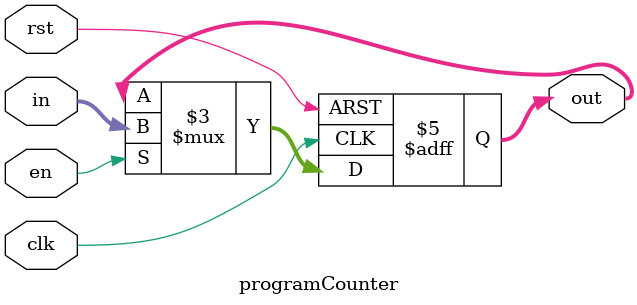
<source format=v>
module programCounter(clk,rst,en,in,out);
input clk,rst,en;
input [31:0] in;
output reg [31:0] out;
//reg [31:0] mem [31:0];
//initial mem[0]=0;
always @ (posedge clk,posedge rst) begin
 	//mem[0]=0;
	if(rst) out = 32'd0;
	else if(en) out = in;
end
endmodule


</source>
